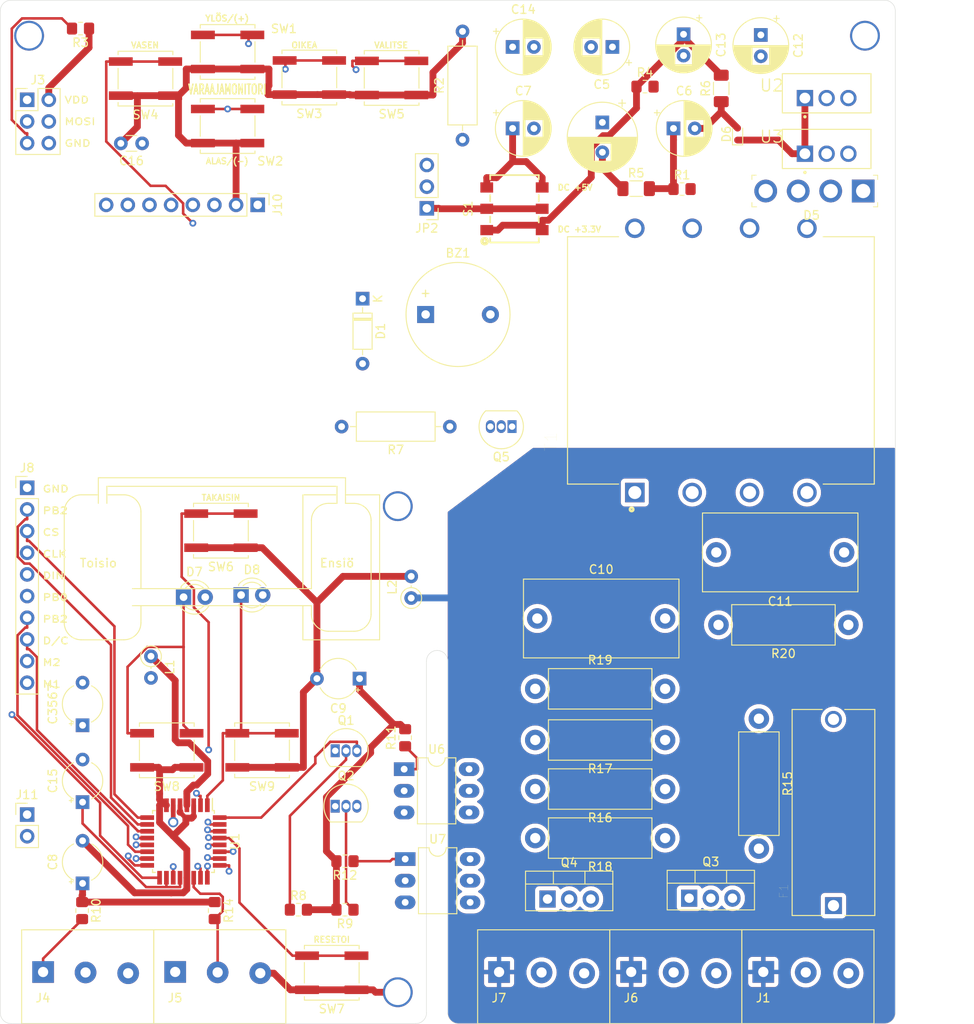
<source format=kicad_pcb>
(kicad_pcb (version 20221018) (generator pcbnew)
  (layers (0 "F.Cu" signal) (1 "In1.Cu" signal) (2 "In2.Cu" signal) (31 "B.Cu" signal) (34 "B.Paste" user) (35 "F.Paste" user) (36 "B.SilkS" user "B.Silkscreen") (37 "F.SilkS" user "F.Silkscreen") (38 "B.Mask" user) (39 "F.Mask" user) (44 "Edge.Cuts" user))
  (net 0 "")
  (net 1 "/5V1DIRTY")
  (net 2 "/driver-M2")
  (net 3 "Earth_Protective")
  (net 4 "AC")
  (net 5 "GNDREF")
  (net 6 "Net-(D5-AC-Pad2)")
  (net 7 "/driver-M1")
  (net 8 "Net-(D5-AC-Pad3)")
  (net 9 "Net-(D7-A)")
  (net 10 "Net-(D8-A)")
  (net 11 "/MOSI")
  (net 12 "/MISO")
  (net 13 "/SCK")
  (net 14 "Net-(J1-Pin_3)")
  (net 15 "/~{RESET}")
  (net 16 "/sensor1")
  (net 17 "/sensor2")
  (net 18 "Net-(Q1-C)")
  (net 19 "Net-(Q2-C)")
  (net 20 "Net-(Q3-G)")
  (net 21 "Net-(Q4-G)")
  (net 22 "VDD")
  (net 23 "+5V")
  (net 24 "Net-(R18-Pad2)")
  (net 25 "Net-(R12-Pad1)")
  (net 30 "Net-(R17-Pad2)")
  (net 31 "Net-(R11-Pad1)")
  (net 32 "Net-(C10-Pad1)")
  (net 33 "Net-(C11-Pad1)")
  (net 34 "Net-(T1-Pad2)")
  (net 35 "Net-(U1-PC0)")
  (net 36 "Net-(U1-PC1)")
  (net 37 "Net-(U1-PC2)")
  (net 38 "Net-(U1-PC3)")
  (net 39 "Net-(U1-PC4)")
  (net 40 "Net-(U1-PC5)")
  (net 41 "+3.3V")
  (net 42 "+VDC")
  (net 43 "+BATT")
  (net 44 "/PB2")
  (net 45 "Net-(U1-AREF)")
  (net 46 "/CLK")
  (net 47 "/TX")
  (net 48 "/RX")
  (net 49 "/PB0")
  (net 50 "Net-(U2-VO)")
  (net 51 "Net-(U5-VO)")
  (net 52 "GND")
  (net 53 "/CS")
  (net 54 "/DIN")
  (net 55 "/D{slash}C")
  (net 57 "/PB1")
  (net 58 "Net-(BZ1-+)")
  (net 59 "Net-(Q5-B)")
  (footprint "Capacitor_THT:CP_Radial_D8.0mm_P3.50mm" (layer "F.Cu") (at 118.1354 44.3289 -90)
    (fp_text reference "C4" hide)
    (fp_text value "CP")
  )
  (footprint "digikey-footprints:SIP-4_W3.81mm" (layer "F.Cu") (at 148.7328 52.3748 180)
    (fp_text reference "D5")
    (fp_text value "KBP04G")
  )
  (footprint "LED_THT:LED_D3.0mm" (layer "F.Cu") (at 75.75 99.75)
    (fp_text reference "D8")
    (fp_text value "LED")
  )
  (footprint "varaajamonitori:side3poscon" (layer "F.Cu") (at 137 144)
    (fp_text reference "J1")
    (fp_text value "230Vin")
  )
  (footprint "varaajamonitori:side3poscon" (layer "F.Cu") (at 52.5 144.0086)
    (fp_text reference "J4")
    (fp_text value "sensorAAB")
  )
  (footprint "varaajamonitori:side3poscon" (layer "F.Cu") (at 68 144)
    (fp_text reference "J5")
    (fp_text value "SensorBCC")
  )
  (footprint "varaajamonitori:side3poscon" (layer "F.Cu") (at 121.5 144)
    (fp_text reference "J6")
    (fp_text value "RO1-230VAC-Out")
  )
  (footprint "varaajamonitori:side3poscon" (layer "F.Cu") (at 106 144.0086)
    (fp_text reference "J7")
    (fp_text value "RO2-230VAC-Out")
  )
  (footprint "Package_TO_SOT_THT:TO-92_Inline" (layer "F.Cu") (at 86.7918 118.0128)
    (fp_text reference "Q1")
    (fp_text value "BC337")
  )
  (footprint "Package_TO_SOT_THT:TO-92_Inline" (layer "F.Cu") (at 86.7918 124.5152)
    (fp_text reference "Q2")
    (fp_text value "BC337")
  )
  (footprint "Package_TO_SOT_THT:TO-220-3_Vertical" (layer "F.Cu") (at 128.32 135.3)
    (fp_text reference "Q3")
    (fp_text value "BT136-500")
  )
  (footprint "Package_TO_SOT_THT:TO-220-3_Vertical" (layer "F.Cu") (at 111.7 135.4)
    (fp_text reference "Q4")
    (fp_text value "BT136-500")
  )
  (footprint "Package_QFP:TQFP-32_7x7mm_P0.8mm" (layer "F.Cu") (at 68.9864 128.651 -90)
    (fp_text reference "U1")
    (fp_text value "ATmega168-20AU")
  )
  (footprint "Package_DIP:DIP-6_W7.62mm_LongPads" (layer "F.Cu") (at 94.88 120.17)
    (fp_text reference "U6")
    (fp_text value "MOC3020M")
  )
  (footprint "Package_DIP:DIP-6_W7.62mm_LongPads" (layer "F.Cu") (at 95 130.71)
    (fp_text reference "U7")
    (fp_text value "MOC3020M")
  )
  (footprint "LED_THT:LED_D3.0mm" (layer "F.Cu") (at 69 100)
    (fp_text reference "D7")
    (fp_text value "LED")
  )
  (footprint "Resistor_THT:R_Axial_DIN0414_L11.9mm_D4.5mm_P15.24mm_Horizontal" (layer "F.Cu") (at 125.5 128.25 180)
    (fp_text reference "R18")
    (fp_text value "47R")
  )
  (footprint "Resistor_THT:R_Axial_DIN0414_L11.9mm_D4.5mm_P15.24mm_Horizontal" (layer "F.Cu") (at 136.5 114.25 -90)
    (fp_text reference "R15")
    (fp_text value "63R")
  )
  (footprint "Resistor_THT:R_Axial_DIN0414_L11.9mm_D4.5mm_P15.24mm_Horizontal" (layer "F.Cu") (at 125.5 122.5 180)
    (fp_text reference "R16")
    (fp_text value "63R")
  )
  (footprint "Resistor_THT:R_Axial_DIN0414_L11.9mm_D4.5mm_P15.24mm_Horizontal" (layer "F.Cu") (at 125.5 116.75 180)
    (fp_text reference "R17")
    (fp_text value "47R")
  )
  (footprint "Resistor_THT:R_Axial_DIN0414_L11.9mm_D4.5mm_P15.24mm_Horizontal" (layer "F.Cu") (at 110.26 110.75)
    (fp_text reference "R19")
    (fp_text value "47R")
  )
  (footprint "Resistor_THT:R_Axial_DIN0414_L11.9mm_D4.5mm_P15.24mm_Horizontal" (layer "F.Cu") (at 147 103.25 180)
    (fp_text reference "R20")
    (fp_text value "47R")
  )
  (footprint "4527:FUSE_4527" (layer "F.Cu") (at 145.25 125.25 90)
    (fp_text reference "F1")
    (fp_text value "4527")
  )
  (footprint "Capacitor_THT:C_Rect_L18.0mm_W9.0mm_P15.00mm_FKS3_FKP3" (layer "F.Cu") (at 110.5 102.5)
    (fp_text reference "C10")
    (fp_text value "0uF22")
  )
  (footprint "Capacitor_THT:C_Rect_L18.0mm_W9.0mm_P15.00mm_FKS3_FKP3" (layer "F.Cu") (at 146.5 94.75 180)
    (fp_text reference "C11")
    (fp_text value "0uF22")
  )
  (footprint "Button_Switch_SMD:SW_Push_1P1T_NO_CK_KSC6xxJ" (layer "F.Cu") (at 93.4093 39.116)
    (fp_text reference "SW5")
    (fp_text value "SelSw")
  )
  (footprint "Capacitor_THT:CP_Radial_Tantal_D4.5mm_P5.00mm" (layer "F.Cu") (at 57.15 133.564 90)
    (fp_text reference "C8")
    (fp_text value "CP1_Small")
  )
  (footprint "Resistor_THT:R_Axial_DIN0309_L9.0mm_D3.2mm_P12.70mm_Horizontal" (layer "F.Cu") (at 101.727 46.355 90)
    (fp_text reference "R2")
    (fp_text value "1M")
  )
  (footprint "Connector_PinHeader_2.54mm:PinHeader_1x02_P2.54mm_Vertical" (layer "F.Cu") (at 50.6476 125.4964)
    (fp_text reference "J11")
    (fp_text value "Conn_01x02_Socket")
  )
  (footprint "Resistor_SMD:R_1206_3216Metric_Pad1.30x1.75mm_HandSolder" (layer "F.Cu") (at 132.08 40.3446 90)
    (fp_text reference "R6")
    (fp_text value "5MR")
  )
  (footprint "varaajamonitori:Drill" (layer "F.Cu") (at 94.1324 146.3294)
    (fp_text reference "Bottom1" hide)
    (fp_text value "Conn_01x01_Pin" hide)
  )
  (footprint "Connector_PinHeader_2.54mm:PinHeader_1x03_P2.54mm_Vertical" (layer "F.Cu") (at 97.536 54.4068 180)
    (fp_text reference "JP2")
    (fp_text value "Jumper_3_Bridged12")
  )
  (footprint "Resistor_SMD:R_0805_2012Metric_Pad1.20x1.40mm_HandSolder" (layer "F.Cu") (at 56.912 33.3248 180)
    (fp_text reference "R3")
    (fp_text value "10kR")
  )
  (footprint "Resistor_SMD:R_0805_2012Metric_Pad1.20x1.40mm_HandSolder" (layer "F.Cu") (at 127.4826 52.1462)
    (fp_text reference "R1")
    (fp_text value "5R")
  )
  (footprint "Button_Switch_SMD:SW_Push_1P1T_NO_CK_KSC6xxJ" (layer "F.Cu") (at 73.3806 92.202)
    (fp_text reference "SW6")
    (fp_text value "RetSw")
  )
  (footprint "Resistor_SMD:R_1206_3216Metric_Pad1.30x1.75mm_HandSolder" (layer "F.Cu") (at 122.0978 52.0954)
    (fp_text reference "R5")
    (fp_text value "5MR")
  )
  (footprint "Inductor_THT:L_Axial_L5.3mm_D2.2mm_P2.54mm_Vertical_Vishay_IM-1" (layer "F.Cu") (at 65.1764 106.9316 -90)
    (fp_text reference "L1")
    (fp_text value "L")
  )
  (footprint "Button_Switch_SMD:SW_Push_1P1T_NO_CK_KSC6xxJ" (layer "F.Cu") (at 86.3854 144.0434)
    (fp_text reference "SW7")
    (fp_text value "Reset")
  )
  (footprint "Capacitor_THT:CP_Radial_D6.3mm_P2.50mm" (layer "F.Cu") (at 127.6604 33.9966 -90)
    (fp_text reference "C13")
    (fp_text value "CP")
  )
  (footprint "varaajamonitori:Drill" (layer "F.Cu") (at 50.8762 34.163)
    (fp_text reference "Top1" hide)
    (fp_text value "Conn_01x01_Pin" hide)
  )
  (footprint "452403012014:452403012014" (layer "F.Cu") (at 107.823 54.4576 90)
    (fp_text reference "S1")
    (fp_text value "452403012014")
  )
  (footprint "varaajamonitori2:TO255P1040X460X1968-3" (layer "F.Cu") (at 141.9 41.474)
    (fp_text reference "U2")
    (fp_text value "L7805CV")
  )
  (footprint "Button_Switch_SMD:SW_Push_1P1T_NO_CK_KSC6xxJ" (layer "F.Cu") (at 74.168 44.7548)
    (fp_text reference "SW2")
    (fp_text value "DwnSw")
  )
  (footprint "Resistor_THT:R_Axial_DIN0309_L9.0mm_D3.2mm_P12.70mm_Horizontal" (layer "F.Cu") (at 100.24 80 180)
    (fp_text reference "R7")
    (fp_text value "330R")
  )
  (footprint "Capacitor_THT:CP_Radial_D6.3mm_P2.50mm" (layer "F.Cu") (at 107.6058 35.4838)
    (fp_text reference "C14")
    (fp_text value "CP")
  )
  (footprint "Connector_PinHeader_2.54mm:PinHeader_1x08_P2.54mm_Vertical" (layer "F.Cu") (at 77.7 54.0004 -90)
    (fp_text reference "J10")
    (fp_text value "Conn_01x08_Socket")
  )
  (footprint "Capacitor_THT:CP_Radial_D6.3mm_P2.50mm" (layer "F.Cu") (at 126.478 45.0342)
    (fp_text reference "C6")
    (fp_text value "CP")
  )
  (footprint "Capacitor_THT:CP_Radial_Tantal_D4.5mm_P5.00mm" (layer "F.Cu") (at 89.6474 109.5502 180)
    (fp_text reference "C9")
    (fp_text value "CP1_Small")
  )
  (footprint "Button_Switch_SMD:SW_Push_1P1T_NO_CK_KSC6xxJ" (layer "F.Cu") (at 67.0306 117.9576)
    (fp_text reference "SW8")
    (fp_text value "Test1")
  )
  (footprint "Connector_PinHeader_2.54mm:PinHeader_1x10_P2.54mm_Vertical" (layer "F.Cu") (at 50.6476 87.1728)
    (fp_text reference "J8")
    (fp_text value "Conn_01x10_Pin")
  )
  (footprint "Resistor_SMD:R_0805_2012Metric_Pad1.20x1.40mm_HandSolder" (layer "F.Cu") (at 82.4738 136.652)
    (fp_text reference "R8")
    (fp_text value "470R")
  )
  (footprint "FS12-090-C2:XFMR_FS12-090-C2" (layer "F.Cu") (at 132.0419 72.2376 90)
    (fp_text reference "T1")
    (fp_text value "FS12-090-C2")
  )
  (footprint "Package_TO_SOT_THT:TO-92_Inline" (layer "F.Cu") (at 107.54 80 180)
    (fp_text reference "Q5")
    (fp_text value "NPN")
  )
  (footprint "Diode_THT:D_DO-35_SOD27_P7.62mm_Horizontal" (layer "F.Cu") (at 90 65 -90)
    (fp_text reference "D1")
    (fp_text value "1N4148")
  )
  (footprint "Capacitor_THT:C_Disc_D3.0mm_W1.6mm_P2.50mm" (layer "F.Cu") (at 64.1404 46.7868 180)
    (fp_text reference "C16")
    (fp_text value "C_Small")
  )
  (footprint "varaajamonitori:Drill" (layer "F.Cu") (at 148.9456 34.163)
    (fp_text reference "Top2" hide)
    (fp_text value "Conn_01x01_Pin" hide)
  )
  (footprint "Buzzer_Beeper:Buzzer_12x9.5RM7.6" (layer "F.Cu") (at 97.4 66.8528)
    (fp_text reference "BZ1")
    (fp_text value "Buzzer")
  )
  (footprint "Capacitor_THT:CP_Radial_D6.3mm_P2.50mm" (layer "F.Cu") (at 119.3178 35.4838 180)
    (fp_text reference "C5")
    (fp_text value "C")
  )
  (footprint "varaajamonitori2:TO255P1040X460X1968-3" (layer "F.Cu") (at 141.9 48)
    (fp_text reference "U3")
    (fp_text value "L7805CV")
  )
  (footprint "varaajamonitori:Drill" (layer "F.Cu") (at 94.1324 89.3318)
    (fp_text reference "Mid1" hide)
    (fp_text value "Conn_01x01_Pin" hide)
  )
  (footprint "Diode_SMD:D_SOD-523" (layer "F.Cu") (at 134 45.7 90)
    (fp_text reference "D6")
    (fp_text value "DZ2S051X0L")
  )
  (footprint "Resistor_SMD:R_0805_2012Metric_Pad1.20x1.40mm_HandSolder" (layer "F.Cu") (at 72.644 136.7536 -90)
    (fp_text reference "R14")
    (fp_text value "1000R")
  )
  (footprint "Button_Switch_SMD:SW_Push_1P1T_NO_CK_KSC6xxJ" (layer "F.Cu") (at 83.7573 39.0652)
    (fp_text reference "SW3")
    (fp_text value "RightSw")
  )
  (footprint "Button_Switch_SMD:SW_Push_1P1T_NO_CK_KSC6xxJ" (layer "F.Cu") (at 64.5295 39.1922)
    (fp_text reference "SW4")
    (fp_text value "LeftSw")
  )
  (footprint "Resistor_SMD:R_0805_2012Metric_Pad1.20x1.40mm_HandSolder" (layer "F.Cu") (at 87.9348 136.652 180)
    (fp_text reference "R9")
    (fp_text value "470R")
  )
  (footprint "Resistor_SMD:R_0805_2012Metric_Pad1.20x1.40mm_HandSolder" (layer "F.Cu") (at 123.1392 40.132)
    (fp_text reference "R4")
    (fp_text value "5R")
  )
  (footprint "Capacitor_THT:CP_Radial_Tantal_D4.5mm_P5.00mm" (layer "F.Cu") (at 57.15 124.039 90)
    (fp_text reference "C15")
    (fp_text value "CP1_Small")
  )
  (footprint "Inductor_THT:L_Axial_L5.3mm_D2.2mm_P2.54mm_Vertical_Vishay_IM-1" (layer "F.Cu") (at 95.7072 100.1038 90)
    (fp_text reference "L2")
    (fp_text value "L")
  )
  (footprint "Connector_PinHeader_2.54mm:PinHeader_2x03_P2.54mm_Vertical" (layer "F.Cu") (at 50.6476 41.6814)
    (fp_text reference "J3")
    (fp_text value "AVR-ISP-6")
  )
  (footprint "Button_Switch_SMD:SW_Push_1P1T_NO_CK_KSC6xxJ" (layer "F.Cu") (at 74.168 36.068)
    (fp_text reference "SW1")
    (fp_text value "UpSw")
  )
  (footprint "Resistor_SMD:R_0805_2012Metric_Pad1.20x1.40mm_HandSolder" (layer "F.Cu") (at 94.996 116.4844 90)
    (fp_text reference "R11")
    (fp_text value "470R")
  )
  (footprint "Capacitor_THT:CP_Radial_D6.3mm_P2.50mm" (layer "F.Cu") (at 136.7282 34.0728 -90)
    (fp_text reference "C12")
    (fp_text value "C")
  )
  (footprint "Resistor_SMD:R_0805_2012Metric_Pad1.20x1.40mm_HandSolder" (layer "F.Cu") (at 87.9348 130.9624 180)
    (fp_text reference "R12")
    (fp_text value "470R")
  )
  (footprint "Capacitor_THT:CP_Radial_D6.3mm_P2.50mm" (layer "F.Cu") (at 107.6058 45.0342)
    (fp_text reference "C7")
    (fp_text value "CP")
  )
  (footprint "Button_Switch_SMD:SW_Push_1P1T_NO_CK_KSC6xxJ" (layer "F.Cu") (at 78.2066 117.9576)
    (fp_text reference "SW9")
    (fp_text value "Test2")
  )
  (footprint "Resistor_SMD:R_0805_2012Metric_Pad1.20x1.40mm_HandSolder" (layer "F.Cu") (at 57.0992 136.7536 -90)
    (fp_text reference "R10")
    (fp_text value "1000R")
  )
  (footprint "Capacitor_THT:CP_Radial_Tantal_D4.5mm_P5.00mm" (layer "F.Cu") (at 57.15 115.022 90)
    (fp_text reference "C3567")
    (fp_text value "CP1_Small")
  )
  (gr_line locked (start 59 88) (end 57 88) (stroke (width 0.12)) (layer "F.SilkS"))
  (gr_line locked (start 83 105) (end 92 105) (stroke (width 0.12)) (layer "F.SilkS"))
  (gr_line locked (start 83 88) (end 83 99) (stroke (width 0.12)) (layer "F.SilkS"))
  (gr_line locked (start 84 99) (end 83 99) (stroke (width 0.12)) (layer "F.SilkS"))
  (gr_line locked (start 55 103) (end 55 90) (stroke (width 0.12)) (layer "F.SilkS"))
  (gr_line locked (start 87 87) (end 87 89) (stroke (width 0.12)) (layer "F.SilkS"))
  (gr_arc locked (start 64 103) (mid 63.414214 104.414214) (end 62 105) (stroke (width 0.12)) (layer "F.SilkS"))
  (gr_arc locked (start 55 90) (mid 55.585786 88.585786) (end 57 88) (stroke (width 0.12)) (layer "F.SilkS"))
  (gr_arc locked (start 62 88) (mid 63.414214 88.585786) (end 64 90) (stroke (width 0.12)) (layer "F.SilkS"))
  (gr_arc locked (start 86 104) (mid 84.585786 103.414214) (end 84 102) (stroke (width 0.12)) (layer "F.SilkS"))
  (gr_arc locked (start 91 102) (mid 90.414214 103.414214) (end 89 104) (stroke (width 0.12)) (layer "F.SilkS"))
  (gr_arc locked (start 84 91) (mid 84.585786 89.585786) (end 86 89) (stroke (width 0.12)) (layer "F.SilkS"))
  (gr_arc locked (start 89 89) (mid 90.414214 89.585786) (end 91 91) (stroke (width 0.12)) (layer "F.SilkS"))
  (gr_line locked (start 86 89) (end 87 89) (stroke (width 0.12)) (layer "F.SilkS"))
  (gr_line locked (start 88 89) (end 89 89) (stroke (width 0.12)) (layer "F.SilkS"))
  (gr_line locked (start 91 91) (end 91 102) (stroke (width 0.12)) (layer "F.SilkS"))
  (gr_line locked (start 89 104) (end 86 104) (stroke (width 0.12)) (layer "F.SilkS"))
  (gr_line locked (start 84 102) (end 84 101) (stroke (width 0.12)) (layer "F.SilkS"))
  (gr_line locked (start 84 99) (end 84 91) (stroke (width 0.12)) (layer "F.SilkS"))
  (gr_line locked (start 64 99) (end 64 90) (stroke (width 0.12)) (layer "F.SilkS"))
  (gr_line locked (start 88 88) (end 92 88) (stroke (width 0.12)) (layer "F.SilkS"))
  (gr_line locked (start 57 105) (end 62 105) (stroke (width 0.12)) (layer "F.SilkS"))
  (gr_arc locked (start 57 105) (mid 55.585786 104.414214) (end 55 103) (stroke (width 0.12)) (layer "F.SilkS"))
  (gr_line locked (start 87 88) (end 83 88) (stroke (width 0.12)) (layer "F.SilkS"))
  (gr_line locked (start 92 89) (end 92 88) (stroke (width 0.12)) (layer "F.SilkS"))
  (gr_line locked (start 64 103) (end 64 101) (stroke (width 0.12)) (layer "F.SilkS"))
  (gr_line locked (start 83 105) (end 83 101) (stroke (width 0.12)) (layer "F.SilkS"))
  (gr_line locked (start 62 88) (end 60 88) (stroke (width 0.12)) (layer "F.SilkS"))
  (gr_line locked (start 60 89) (end 60 87) (stroke (width 0.12)) (layer "F.SilkS"))
  (gr_line locked (start 60 87) (end 87 87) (stroke (width 0.12)) (layer "F.SilkS"))
  (gr_line locked (start 63 101) (end 84 101) (stroke (width 0.12)) (layer "F.SilkS"))
  (gr_line locked (start 88 86) (end 59 86) (stroke (width 0.12)) (layer "F.SilkS"))
  (gr_line locked (start 59 86) (end 59 89) (stroke (width 0.12)) (layer "F.SilkS"))
  (gr_line locked (start 92 105) (end 92 89) (stroke (width 0.12)) (layer "F.SilkS"))
  (gr_line locked (start 83 99) (end 63 99) (stroke (width 0.12)) (layer "F.SilkS"))
  (gr_line locked (start 88 89) (end 88 86) (stroke (width 0.12)) (layer "F.SilkS"))
  (gr_arc locked (start 98.75 106.25) (mid 99.633883 106.616117) (end 100 107.5) (stroke (width 0.05)) (layer "Edge.Cuts"))
  (gr_arc locked (start 97.5 148.75) (mid 97.133883 149.633883) (end 96.25 150) (stroke (width 0.05)) (layer "Edge.Cuts"))
  (gr_arc locked (start 101.25 150) (mid 100.366117 149.633883) (end 100 148.75) (stroke (width 0.05)) (layer "Edge.Cuts"))
  (gr_arc locked (start 152.5 148.75) (mid 152.133883 149.633883) (end 151.25 150) (stroke (width 0.05)) (layer "Edge.Cuts"))
  (gr_arc locked (start 48.75 150) (mid 47.866117 149.633883) (end 47.5 148.75) (stroke (width 0.05)) (layer "Edge.Cuts"))
  (gr_arc locked (start 47.5 31.25) (mid 47.866117 30.366117) (end 48.75 30) (stroke (width 0.05)) (layer "Edge.Cuts"))
  (gr_arc locked (start 151.25 30) (mid 152.133883 30.366117) (end 152.5 31.25) (stroke (width 0.05)) (layer "Edge.Cuts"))
  (gr_line locked (start 100 107.5) (end 100 148.75) (stroke (width 0.05)) (layer "Edge.Cuts"))
  (gr_line locked (start 97.5 148.75) (end 97.5 107.5) (stroke (width 0.05)) (layer "Edge.Cuts"))
  (gr_line locked (start 48.75 150) (end 96.25 150) (stroke (width 0.05)) (layer "Edge.Cuts"))
  (gr_arc locked (start 97.5 107.5) (mid 97.866117 106.616117) (end 98.75 106.25) (stroke (width 0.05)) (layer "Edge.Cuts"))
  (gr_line locked (start 101.25 150) (end 151.25 150) (stroke (width 0.05)) (layer "Edge.Cuts"))
  (gr_line locked (start 151.25 30) (end 48.75 30) (stroke (width 0.05)) (layer "Edge.Cuts"))
  (gr_line locked (start 152.5 148.75) (end 152.5 31.25) (stroke (width 0.05)) (layer "Edge.Cuts"))
  (gr_line locked (start 47.5 148.75) (end 47.5 31.25) (stroke (width 0.05)) (layer "Edge.Cuts"))
  (gr_text locked "DC +3.3V" (at 115.435 57.277) (layer "F.SilkS") (effects (font (size 0.7 0.7)) (justify bottom)))
  (gr_text locked "OIKEA" (at 83.168933 35.687) (layer "F.SilkS") (effects (font (size 0.7 0.7)) (justify bottom)))
  (gr_text locked "GND\n\nPB2\n\nCS\n\nCLK\n\nDIN\n\nPB0\n\nPB2\n\nD/C\n\nM2\n\nM1\n" (at 52.3748 110.6678) (layer "F.SilkS") (effects (font (size 0.79 1)) (justify left bottom)))
  (gr_text locked "VDD\n\nMOSI\n\nGND" (at 54.9402 47.244) (layer "F.SilkS") (effects (font (size 0.79 1)) (justify left bottom)))
  (gr_text locked "YLÖS/(+)" (at 71.463 32.5374) (layer "F.SilkS") (effects (font (size 0.7 0.7)) (justify left bottom)))
  (gr_text locked "VASEN" (at 62.7578 35.687) (layer "F.SilkS") (effects (font (size 0.7 0.7)) (justify left bottom)))
  (gr_text locked "VALITSE" (at 91.2876 35.687) (layer "F.SilkS") (effects (font (size 0.7 0.7)) (justify left bottom)))
  (gr_text locked "Ensiö" (at 87 96) (layer "F.SilkS") (effects (font (size 1 1))))
  (gr_text locked "ALAS/(-)" (at 71.529666 49.276) (layer "F.SilkS") (effects (font (size 0.7 0.7)) (justify left bottom)))
  (gr_text locked "DC +5V" (at 114.935 52.3748) (layer "F.SilkS") (effects (font (size 0.7 0.7)) (justify bottom)))
  (gr_text locked "VARAAJAMONITORI" (at 69.446335 41.14015) (layer "F.SilkS") (effects (font (size 1.15 0.7) (thickness 0.175) bold) (justify left bottom)))
  (gr_text locked "RESETOI" (at 86.3854 140.5636) (layer "F.SilkS") (effects (font (size 0.7 0.7)) (justify bottom)))
  (gr_text locked "TAKAISIN" (at 73.3806 88.7476) (layer "F.SilkS") (effects (font (size 0.7 0.7)) (justify bottom)))
  (gr_text locked "Toisio" (at 59 96) (layer "F.SilkS") (effects (font (size 1 1))))
  (segment (start 138.795 46.4) (end 140.395 48) (width 0.8) (layer "F.Cu") (net 1))
  (segment (start 141.9 48) (end 140.395 48) (width 0.8) (layer "F.Cu") (net 1))
  (segment (start 141.9 41.474) (end 141.9 48) (width 0.8) (layer "F.Cu") (net 1))
  (segment (start 134 46.4) (end 138.795 46.4) (width 0.8) (layer "F.Cu") (net 1))
  (segment (start 75.75 115.9576) (end 75.3066 115.9576) (width 0.3) (layer "F.Cu") (net 2))
  (segment (start 75.3066 115.9576) (end 73.6066 115.9576) (width 0.3) (layer "F.Cu") (net 2))
  (segment (start 75.75 99.75) (end 75.75 100.95) (width 0.3) (layer "F.Cu") (net 2))
  (segment (start 71.7864 124.401) (end 71.7864 123.301) (width 0.3) (layer "F.Cu") (net 2))
  (segment (start 75.75 115.9576) (end 75.75 100.95) (width 0.3) (layer "F.Cu") (net 2))
  (segment (start 73.6066 115.9576) (end 73.6066 121.4808) (width 0.3) (layer "F.Cu") (net 2))
  (segment (start 81.1066 115.9576) (end 75.75 115.9576) (width 0.3) (layer "F.Cu") (net 2))
  (segment (start 73.6066 121.4808) (end 71.7864 123.301) (width 0.3) (layer "F.Cu") (net 2))
  (segment (start 102.3409 100.089) (end 95.722 100.089) (width 0.8) (layer "B.Cu") (net 3))
  (segment (start 95.722 100.089) (end 95.7072 100.1038) (width 0.8) (layer "B.Cu") (net 3))
  (segment (start 84.4598 119.4916) (end 78.1004 125.851) (width 0.3) (layer "F.Cu") (net 7))
  (segment (start 78.1004 125.851) (end 74.3364 125.851) (width 0.3) (layer "F.Cu") (net 7))
  (segment (start 62.4306 108.1731) (end 62.4306 115.9576) (width 0.3) (layer "F.Cu") (net 7))
  (segment (start 69 105.8385) (end 69 115.027) (width 0.3) (layer "F.Cu") (net 7))
  (segment (start 69 115.027) (end 69.9306 115.9576) (width 0.3) (layer "F.Cu") (net 7))
  (segment (start 84.4598 118.7127) (end 84.4598 119.4916) (width 0.3) (layer "F.Cu") (net 7))
  (segment (start 69 105.8385) (end 64.7652 105.8385) (width 0.3) (layer "F.Cu") (net 7))
  (segment (start 64.7652 105.8385) (end 62.4306 108.1731) (width 0.3) (layer "F.Cu") (net 7))
  (segment (start 89.3318 118.0128) (end 89.3318 116.9628) (width 0.3) (layer "F.Cu") (net 7))
  (segment (start 86.2097 116.9628) (end 84.4598 118.7127) (width 0.3) (layer "F.Cu") (net 7))
  (segment (start 73.2364 125.851) (end 74.3364 125.851) (width 0.3) (layer "F.Cu") (net 7))
  (segment (start 69 105.8385) (end 69 100) (width 0.3) (layer "F.Cu") (net 7))
  (segment (start 89.3318 116.9628) (end 86.2097 116.9628) (width 0.3) (layer "F.Cu") (net 7))
  (segment (start 64.1306 115.9576) (end 62.4306 115.9576) (width 0.3) (layer "F.Cu") (net 7))
  (segment (start 81.4738 125.6508) (end 88.0618 119.0628) (width 0.3) (layer "F.Cu") (net 9))
  (segment (start 88.0618 118.0128) (end 88.0618 119.0628) (width 0.3) (layer "F.Cu") (net 9))
  (segment (start 81.4738 136.652) (end 81.4738 125.6508) (width 0.3) (layer "F.Cu") (net 9))
  (segment (start 88.0618 135.779) (end 88.0618 124.5152) (width 0.3) (layer "F.Cu") (net 10))
  (segment (start 88.9348 136.652) (end 88.0618 135.779) (width 0.3) (layer "F.Cu") (net 10))
  (segment (start 63.4288 130.651) (end 64.7364 130.651) (width 0.3) (layer "F.Cu") (net 11))
  (via (at 63.4288 130.651) (size 0.8) (drill 0.4) (layers "F.Cu" "B.Cu") (net 11))
  (segment (start 62.5129 130.6906) (end 63.2733 131.451) (width 0.3) (layer "F.Cu") (net 12))
  (segment (start 63.2733 131.451) (end 63.6364 131.451) (width 0.3) (layer "F.Cu") (net 12))
  (segment (start 64.7364 131.451) (end 63.6364 131.451) (width 0.3) (layer "F.Cu") (net 12))
  (segment (start 62.5129 130.345) (end 62.5129 130.6906) (width 0.3) (layer "F.Cu") (net 12))
  (via (at 62.5129 130.345) (size 0.8) (drill 0.4) (layers "F.Cu" "B.Cu") (net 12))
  (segment (start 59.2082 124.1148) (end 59.2082 127.9706) (width 0.3) (layer "F.Cu") (net 13))
  (segment (start 48.8632 113.7698) (end 59.2082 124.1148) (width 0.3) (layer "F.Cu") (net 13))
  (segment (start 59.2082 127.9706) (end 64.1386 132.901) (width 0.3) (layer "F.Cu") (net 13))
  (segment (start 64.1386 132.901) (end 66.1864 132.901) (width 0.3) (layer "F.Cu") (net 13))
  (via (at 48.8632 113.7698) (size 0.8) (drill 0.4) (layers "F.Cu" "B.Cu") (net 13))
  (segment (start 50.6476 46.7614) (end 50.6476 45.6114) (width 0.3) (layer "F.Cu") (net 15))
  (segment (start 75.5592 135.8172) (end 75.5592 129.4738) (width 0.3) (layer "F.Cu") (net 15))
  (segment (start 73.2364 128.251) (end 72.1364 128.251) (width 0.3) (layer "F.Cu") (net 15))
  (segment (start 73.2364 128.251) (end 74.3364 128.251) (width 0.3) (layer "F.Cu") (net 15))
  (segment (start 50.6476 45.6114) (end 50.432 45.6114) (width 0.3) (layer "F.Cu") (net 15))
  (segment (start 89.2854 142.0434) (end 83.4854 142.0434) (width 0.3) (layer "F.Cu") (net 15))
  (segment (start 50.0484 32.1352) (end 54.7224 32.1352) (width 0.3) (layer "F.Cu") (net 15))
  (segment (start 75.5592 129.4738) (end 74.3364 128.251) (width 0.3) (layer "F.Cu") (net 15))
  (segment (start 48.8454 44.0248) (end 48.8454 33.3382) (width 0.3) (layer "F.Cu") (net 15))
  (segment (start 72.075 128.1896) (end 71.9276 128.1896) (width 0.3) (layer "F.Cu") (net 15))
  (segment (start 54.7224 32.1352) (end 55.912 33.3248) (width 0.3) (layer "F.Cu") (net 15))
  (segment (start 48.8454 33.3382) (end 50.0484 32.1352) (width 0.3) (layer "F.Cu") (net 15))
  (segment (start 50.432 45.6114) (end 48.8454 44.0248) (width 0.3) (layer "F.Cu") (net 15))
  (segment (start 83.4854 142.0434) (end 81.7854 142.0434) (width 0.3) (layer "F.Cu") (net 15))
  (segment (start 72.1364 128.251) (end 72.075 128.1896) (width 0.3) (layer "F.Cu") (net 15))
  (segment (start 81.7854 142.0434) (end 75.5592 135.8172) (width 0.3) (layer "F.Cu") (net 15))
  (via (at 71.9276 128.1896) (size 0.8) (drill 0.4) (layers "F.Cu" "B.Cu") (net 15))
  (segment (start 57.0992 137.8039) (end 52.5178 142.3853) (width 0.3) (layer "F.Cu") (net 16))
  (segment (start 57.0992 137.7536) (end 57.0992 137.8039) (width 0.3) (layer "F.Cu") (net 16))
  (segment (start 67.7864 131.5966) (end 67.7864 132.901) (width 0.3) (layer "F.Cu") (net 16))
  (segment (start 52.5178 143.9553) (end 52.5178 142.3853) (width 0.3) (layer "F.Cu") (net 16))
  (via (at 67.7864 131.5966) (size 0.8) (drill 0.4) (layers "F.Cu" "B.Cu") (net 16))
  (segment (start 70.1864 134.001) (end 70.965 134.7796) (width 0.3) (layer "F.Cu") (net 17))
  (segment (start 73 138.1096) (end 73 144) (width 0.3) (layer "F.Cu") (net 17))
  (segment (start 73.5969 136.8007) (end 72.644 137.7536) (width 0.3) (layer "F.Cu") (net 17))
  (segment (start 73.5969 135.1528) (end 73.5969 136.8007) (width 0.3) (layer "F.Cu") (net 17))
  (segment (start 70.1864 132.901) (end 70.1864 134.001) (width 0.3) (layer "F.Cu") (net 17))
  (segment (start 73.2237 134.7796) (end 73.5969 135.1528) (width 0.3) (layer "F.Cu") (net 17))
  (segment (start 70.965 134.7796) (end 73.2237 134.7796) (width 0.3) (layer "F.Cu") (net 17))
  (segment (start 72.644 137.7536) (end 73 138.1096) (width 0.3) (layer "F.Cu") (net 17))
  (segment (start 89.6474 110.9002) (end 93.673 114.9257) (width 0.8) (layer "F.Cu") (net 22))
  (segment (start 90.9445 118.2641) (end 90.9445 117.6542) (width 0.8) (layer "F.Cu") (net 22))
  (segment (start 71.8325 119.2497) (end 71.8325 120.7239) (width 0.8) (layer "F.Cu") (net 22))
  (segment (start 67.7864 126.3865) (end 67.7864 124.401) (width 0.5498) (layer "F.Cu") (net 22))
  (segment (start 68.0162 109.7714) (end 68.0162 116.7273) (width 0.8) (layer "F.Cu") (net 22))
  (segment (start 53.1876 41.6814) (end 53.1876 40.2814) (width 0.8) (layer "F.Cu") (net 22))
  (segment (start 65.1764 106.9316) (end 68.0162 109.7714) (width 0.8) (layer "F.Cu") (net 22))
  (segment (start 86.9348 130.9624) (end 86.3499 130.3775) (width 0.8) (layer "F.Cu") (net 22))
  (segment (start 57.912 35.557) (end 57.912 33.3248) (width 0.8) (layer "F.Cu") (net 22))
  (segment (start 89.6474 109.5502) (end 89.6474 110.9002) (width 0.8) (layer "F.Cu") (net 22))
  (segment (start 90.9445 117.6542) (end 93.673 114.9257) (width 0.8) (layer "F.Cu") (net 22))
  (segment (start 71.8325 120.7239) (end 70.5187 122.0377) (width 0.8) (layer "F.Cu") (net 22))
  (segment (start 83.4738 136.652) (end 86.9348 136.652) (width 0.8) (layer "F.Cu") (net 22))
  (segment (start 53.1876 40.2814) (end 57.912 35.557) (width 0.8) (layer "F.Cu") (net 22))
  (segment (start 70.5187 122.0377) (end 70.1652 122.0377) (width 0.8) (layer "F.Cu") (net 22))
  (segment (start 86.3499 130.3774) (end 85.7649 129.7924) (width 0.8) (layer "F.Cu") (net 22))
  (segment (start 57.0992 135.7536) (end 72.644 135.7536) (width 0.8) (layer "F.Cu") (net 22))
  (segment (start 86.3499 130.3775) (end 86.3499 130.3774) (width 0.8) (layer "F.Cu") (net 22))
  (segment (start 70.1652 122.0377) (end 69.3864 122.8165) (width 0.8) (layer "F.Cu") (net 22))
  (segment (start 57.0992 134.9648) (end 57.0992 135.7536) (width 0.8) (layer "F.Cu") (net 22))
  (segment (start 68.0162 116.7273) (end 68.3667 117.0778) (width 0.8) (layer "F.Cu") (net 22))
  (segment (start 57.15 134.914) (end 57.0992 134.9648) (width 0.8) (layer "F.Cu") (net 22))
  (segment (start 69.3864 124.401) (end 69.3864 123.051) (width 0.8) (layer "F.Cu") (net 22))
  (segment (start 69.6606 117.0778) (end 71.8325 119.2497) (width 0.8) (layer "F.Cu") (net 22))
  (segment (start 85.7649 123.4437) (end 90.9445 118.2641) (width 0.8) (layer "F.Cu") (net 22))
  (segment (start 85.7649 129.7924) (end 85.7649 123.4437) (width 0.8) (layer "F.Cu") (net 22))
  (segment (start 94.4373 114.9257) (end 94.996 115.4844) (width 0.8) (layer "F.Cu") (net 22))
  (segment (start 86.9348 130.9624) (end 86.9348 136.652) (width 0.8) (layer "F.Cu") (net 22))
  (segment (start 93.673 114.9257) (end 94.4373 114.9257) (width 0.8) (layer "F.Cu") (net 22))
  (segment (start 57.15 133.564) (end 57.15 134.914) (width 0.8) (layer "F.Cu") (net 22))
  (segment (start 69.3864 122.8165) (end 69.3864 123.051) (width 0.8) (layer "F.Cu") (net 22))
  (segment (start 68.3667 117.0778) (end 69.6606 117.0778) (width 0.8) (layer "F.Cu") (net 22))
  (via (at 67.7864 126.3865) (size 1.2) (drill 0.8) (layers "F.Cu" "B.Cu") (net 22))
  (segment (start 104.573 50.8076) (end 105.723 50.8076) (width 0.8) (layer "F.Cu") (net 23))
  (segment (start 126.4826 52.1462) (end 126.4826 52.1) (width 0.8) (layer "F.Cu") (net 23))
  (segment (start 111.073 50.8076) (end 109.1902 48.9248) (width 0.8) (layer "F.Cu") (net 23))
  (segment (start 107.6058 48.9248) (end 107.6058 45.0342) (width 0.8) (layer "F.Cu") (net 23))
  (segment (start 126.478 45.0342) (end 126.478 46.3842) (width 0.8) (layer "F.Cu") (net 23))
  (segment (start 126.4826 52.1) (end 126.478 52.0954) (width 0.8) (layer "F.Cu") (net 23))
  (segment (start 111.073 51.9576) (end 111.073 50.8076) (width 0.8) (layer "F.Cu") (net 23))
  (segment (start 104.573 51.9576) (end 104.573 50.8076) (width 0.8) (layer "F.Cu") (net 23))
  (segment (start 126.478 46.3842) (end 126.478 52.0954) (width 0.8) (layer "F.Cu") (net 23))
  (segment (start 126.478 52.0954) (end 123.6478 52.0954) (width 0.8) (layer "F.Cu") (net 23))
  (segment (start 109.1902 48.9248) (end 107.6058 48.9248) (width 0.8) (layer "F.Cu") (net 23))
  (segment (start 105.723 50.8076) (end 107.6058 48.9248) (width 0.8) (layer "F.Cu") (net 23))
  (segment (start 95 130.71) (end 93.5 130.71) (width 0.3) (layer "F.Cu") (net 25))
  (segment (start 88.9348 130.9624) (end 93.2476 130.9624) (width 0.3) (layer "F.Cu") (net 25))
  (segment (start 93.2476 130.9624) (end 93.5 130.71) (width 0.3) (layer "F.Cu") (net 25))
  (segment (start 94.996 117.4844) (end 96.38 118.8684) (width 0.3) (layer "F.Cu") (net 31))
  (segment (start 94.88 120.17) (end 96.38 120.17) (width 0.3) (layer "F.Cu") (net 31))
  (segment (start 96.38 118.8684) (end 96.38 120.17) (width 0.3) (layer "F.Cu") (net 31))
  (segment (start 70.6611 131.5546) (end 70.9075 131.801) (width 0.3) (layer "F.Cu") (net 35))
  (segment (start 76.6223 34.068) (end 71.268 34.068) (width 0.3) (layer "F.Cu") (net 35))
  (segment (start 76.6223 34.068) (end 76.6223 35.1001) (width 0.3) (layer "F.Cu") (net 35))
  (segment (start 70.9075 131.801) (end 70.9864 131.801) (width 0.3) (layer "F.Cu") (net 35))
  (segment (start 77.068 34.068) (end 76.6223 34.068) (width 0.3) (layer "F.Cu") (net 35))
  (segment (start 70.9864 132.901) (end 70.9864 131.801) (width 0.3) (layer "F.Cu") (net 35))
  (via (at 76.6223 35.1001) (size 0.8) (drill 0.4) (layers "F.Cu" "B.Cu") (net 35))
  (via (at 70.6611 131.5546) (size 0.8) (drill 0.4) (layers "F.Cu" "B.Cu") (net 35))
  (segment (start 71.8146 131.7728) (end 71.8146 131.5408) (width 0.3) (layer "F.Cu") (net 36))
  (segment (start 74.168 42.7548) (end 71.268 42.7548) (width 0.3) (layer "F.Cu") (net 36))
  (segment (start 71.7864 132.901) (end 71.7864 131.801) (width 0.3) (layer "F.Cu") (net 36))
  (segment (start 77.068 42.7548) (end 74.168 42.7548) (width 0.3) (layer "F.Cu") (net 36))
  (segment (start 71.7864 131.801) (end 71.8146 131.7728) (width 0.3) (layer "F.Cu") (net 36))
  (via (at 74.168 42.7548) (size 0.8) (drill 0.4) (layers "F.Cu" "B.Cu") (net 36))
  (via (at 71.8146 131.5408) (size 0.8) (drill 0.4) (layers "F.Cu" "B.Cu") (net 36))
  (segment (start 74.3364 132.1365) (end 74.3364 131.451) (width 0.3) (layer "F.Cu") (net 37))
  (segment (start 86.6573 37.0652) (end 80.9424 37.0652) (width 0.3) (layer "F.Cu") (net 37))
  (segment (start 80.9424 37.0652) (end 80.8573 37.0652) (width 0.3) (layer "F.Cu") (net 37))
  (segment (start 73.2364 131.451) (end 74.3364 131.451) (width 0.3) (layer "F.Cu") (net 37))
  (segment (start 80.9424 37.0652) (end 80.9424 38.089) (width 0.3) (layer "F.Cu") (net 37))
  (via (at 74.3364 132.1365) (size 0.8) (drill 0.4) (layers "F.Cu" "B.Cu") (net 37))
  (via (at 80.9424 38.089) (size 0.8) (drill 0.4) (layers "F.Cu" "B.Cu") (net 37))
  (segment (start 66.8886 51.7658) (end 68.9516 53.8288) (width 0.3) (layer "F.Cu") (net 38))
  (segment (start 67.4295 37.1922) (end 61.6295 37.1922) (width 0.3) (layer "F.Cu") (net 38))
  (segment (start 59.9295 37.1922) (end 59.9295 46.5684) (width 0.3) (layer "F.Cu") (net 38))
  (segment (start 71.808 130.5303) (end 71.9287 130.651) (width 0.3) (layer "F.Cu") (net 38))
  (segment (start 68.9516 53.8288) (end 68.9516 55.0123) (width 0.3) (layer "F.Cu") (net 38))
  (segment (start 68.9516 55.0123) (end 70.0879 56.1486) (width 0.3) (layer "F.Cu") (net 38))
  (segment (start 59.9295 46.5684) (end 65.1269 51.7658) (width 0.3) (layer "F.Cu") (net 38))
  (segment (start 71.9287 130.651) (end 73.2364 130.651) (width 0.3) (layer "F.Cu") (net 38))
  (segment (start 61.6295 37.1922) (end 59.9295 37.1922) (width 0.3) (layer "F.Cu") (net 38))
  (segment (start 65.1269 51.7658) (end 66.8886 51.7658) (width 0.3) (layer "F.Cu") (net 38))
  (via (at 71.808 130.5303) (size 0.8) (drill 0.4) (layers "F.Cu" "B.Cu") (net 38))
  (via (at 70.0879 56.1486) (size 0.8) (drill 0.4) (layers "F.Cu" "B.Cu") (net 38))
  (segment (start 73.2364 129.851) (end 74.3364 129.851) (width 0.3) (layer "F.Cu") (net 39))
  (segment (start 96.3093 37.116) (end 90.5093 37.116) (width 0.3) (layer "F.Cu") (net 39))
  (segment (start 88.8093 37.716) (end 89.2348 38.1415) (width 0.3) (layer "F.Cu") (net 39))
  (segment (start 74.3364 129.851) (end 74.7834 129.851) (width 0.3) (layer "F.Cu") (net 39))
  (segment (start 88.8093 37.116) (end 88.8093 37.716) (width 0.3) (layer "F.Cu") (net 39))
  (segment (start 74.7834 129.851) (end 74.8156 129.8188) (width 0.3) (layer "F.Cu") (net 39))
  (segment (start 90.5093 37.116) (end 88.8093 37.116) (width 0.3) (layer "F.Cu") (net 39))
  (via (at 89.2348 38.1415) (size 0.8) (drill 0.4) (layers "F.Cu" "B.Cu") (net 39))
  (via (at 74.8156 129.8188) (size 0.8) (drill 0.4) (layers "F.Cu" "B.Cu") (net 39))
  (segment (start 76.2806 90.202) (end 70.4806 90.202) (width 0.3) (layer "F.Cu") (net 40))
  (segment (start 71.8975 129.2237) (end 71.9637 129.2237) (width 0.3) (layer "F.Cu") (net 40))
  (segment (start 70.4806 90.202) (end 68.7806 90.202) (width 0.3) (layer "F.Cu") (net 40))
  (segment (start 68.7806 97.6243) (end 70.2101 99.0538) (width 0.3) (layer "F.Cu") (net 40))
  (segment (start 73.2364 129.051) (end 72.1364 129.051) (width 0.3) (layer "F.Cu") (net 40))
  (segment (start 70.2101 99.0538) (end 70.2101 101.2101) (width 0.3) (layer "F.Cu") (net 40))
  (segment (start 71.9423 102.9423) (end 71.9423 117.9078) (width 0.3) (layer "F.Cu") (net 40))
  (segment (start 71.9637 129.2237) (end 72.1364 129.051) (width 0.3) (layer "F.Cu") (net 40))
  (segment (start 68.7806 90.202) (end 68.7806 97.6243) (width 0.3) (layer "F.Cu") (net 40))
  (segment (start 70.2101 101.2101) (end 71.9423 102.9423) (width 0.3) (layer "F.Cu") (net 40))
  (via (at 71.9423 117.9078) (size 0.8) (drill 0.4) (layers "F.Cu" "B.Cu") (net 40))
  (via (at 71.8975 129.2237) (size 0.8) (drill 0.4) (layers "F.Cu" "B.Cu") (net 40))
  (segment (start 122.1392 42.6517) (end 122.1392 40.132) (width 0.8) (layer "F.Cu") (net 41))
  (segment (start 106.448 56.3826) (end 105.873 56.9576) (width 0.8) (layer "F.Cu") (net 41))
  (segment (start 127.6604 34.375) (end 127.7783 34.4929) (width 0.8) (layer "F.Cu") (net 41))
  (segment (start 118.9078 45.8831) (end 122.1392 42.6517) (width 0.8) (layer "F.Cu") (net 41))
  (segment (start 104.573 56.9576) (end 105.873 56.9576) (width 0.8) (layer "F.Cu") (net 41))
  (segment (start 111.073 55.8076) (end 111.7917 55.8076) (width 0.8) (layer "F.Cu") (net 41))
  (segment (start 122.1392 40.132) (end 127.7783 34.4929) (width 0.8) (layer "F.Cu") (net 41))
  (segment (start 111.073 56.3826) (end 106.448 56.3826) (width 0.8) (layer "F.Cu") (net 41))
  (segment (start 111.073 56.9576) (end 111.073 56.3826) (width 0.8) (layer "F.Cu") (net 41))
  (segment (start 127.7783 34.4929) (end 132.08 38.7946) (width 0.8) (layer "F.Cu") (net 41))
  (segment (start 116.8335 47.2785) (end 118.2289 45.8831) (width 0.8) (layer "F.Cu") (net 41))
  (segment (start 111.7917 55.8076) (end 116.8335 50.7658) (width 0.8) (layer "F.Cu") (net 41))
  (segment (start 111.073 56.3826) (end 111.073 55.8076) (width 0.8) (layer "F.Cu") (net 41))
  (segment (start 127.6604 33.9966) (end 127.6604 34.375) (width 0.8) (layer "F.Cu") (net 41))
  (segment (start 118.2289 45.8831) (end 118.9078 45.8831) (width 0.8) (layer "F.Cu") (net 41))
  (segment (start 116.8335 50.7658) (end 116.8335 47.2785) (width 0.8) (layer "F.Cu") (net 41))
  (segment (start 111.073 54.4576) (end 104.573 54.4576) (width 0.8) (layer "F.Cu") (net 42))
  (segment (start 98.9868 54.4576) (end 98.936 54.4068) (width 0.8) (layer "F.Cu") (net 42))
  (segment (start 104.573 54.4576) (end 98.9868 54.4576) (width 0.8) (layer "F.Cu") (net 42))
  (segment (start 97.536 54.4068) (end 98.936 54.4068) (width 0.8) (layer "F.Cu") (net 42))
  (segment (start 49.5151 104.4794) (end 50.4317 103.5628) (width 0.3) (layer "F.Cu") (net 44))
  (segment (start 50.4317 103.5628) (end 50.6476 103.5628) (width 0.3) (layer "F.Cu") (net 44))
  (segment (start 62.4865 126.8247) (end 49.5151 113.8533) (width 0.3) (layer "F.Cu") (net 44))
  (segment (start 49.5151 113.8533) (end 49.5151 104.4794) (width 0.3) (layer "F.Cu") (net 44))
  (segment (start 50.6476 102.4128) (end 50.6476 103.5628) (width 0.3) (layer "F.Cu") (net 44))
  (segment (start 62.4865 129.0187) (end 62.4865 126.8247) (width 0.3) (layer "F.Cu") (net 44))
  (segment (start 64.7364 129.851) (end 63.3188 129.851) (width 0.3) (layer "F.Cu") (net 44))
  (segment (start 63.3188 129.851) (end 62.4865 129.0187) (width 0.3) (layer "F.Cu") (net 44))
  (segment (start 68.5864 134.001) (end 66.9864 134.001) (width 0.3) (layer "F.Cu") (net 45))
  (segment (start 57.15 124.039) (end 57.15 126.5383) (width 0.3) (layer "F.Cu") (net 45))
  (segment (start 64.6127 134.001) (end 66.9864 134.001) (width 0.3) (layer "F.Cu") (net 45))
  (segment (start 66.9864 132.901) (end 66.9864 134.001) (width 0.3) (layer "F.Cu") (net 45))
  (segment (start 68.5864 132.901) (end 68.5864 134.001) (width 0.3) (layer "F.Cu") (net 45))
  (segment (start 57.15 126.5383) (end 64.6127 134.001) (width 0.3) (layer "F.Cu") (net 45))
  (segment (start 64.7364 125.851) (end 63.6364 125.851) (width 0.3) (layer "F.Cu") (net 46))
  (segment (start 50.6476 92.2528) (end 50.6476 93.4028) (width 0.3) (layer "F.Cu") (net 46))
  (segment (start 50.8632 93.4028) (end 50.6476 93.4028) (width 0.3) (layer "F.Cu") (net 46))
  (segment (start 63.6364 125.851) (end 60.8891 123.1037) (width 0.3) (layer "F.Cu") (net 46))
  (segment (start 60.8891 123.1037) (end 60.8891 103.4287) (width 0.3) (layer "F.Cu") (net 46))
  (segment (start 60.8891 103.4287) (end 50.8632 93.4028) (width 0.3) (layer "F.Cu") (net 46))
  (segment (start 71.8582 126.3728) (end 72.1364 126.651) (width 0.3) (layer "F.Cu") (net 47))
  (segment (start 73.2364 126.651) (end 72.1364 126.651) (width 0.3) (layer "F.Cu") (net 47))
  (via (at 71.8582 126.3728) (size 0.8) (drill 0.4) (layers "F.Cu" "B.Cu") (net 47))
  (segment (start 73.2364 127.451) (end 72.1364 127.451) (width 0.3) (layer "F.Cu") (net 48))
  (segment (start 71.9662 127.2808) (end 71.8137 127.2808) (width 0.3) (layer "F.Cu") (net 48))
  (segment (start 72.1364 127.451) (end 71.9662 127.2808) (width 0.3) (layer "F.Cu") (net 48))
  (via (at 71.8137 127.2808) (size 0.8) (drill 0.4) (layers "F.Cu" "B.Cu") (net 48))
  (segment (start 63.6364 128.251) (end 63.4994 128.114) (width 0.3) (layer "F.Cu") (net 49))
  (segment (start 63.4994 128.114) (end 63.4257 128.114) (width 0.3) (layer "F.Cu") (net 49))
  (segment (start 64.7364 128.251) (end 63.6364 128.251) (width 0.3) (layer "F.Cu") (net 49))
  (via (at 63.4257 128.114) (size 0.8) (drill 0.4) (layers "F.Cu" "B.Cu") (net 49))
  (segment (start 69.3864 132.901) (end 69.3864 134.251) (width 0.8) (layer "F.Cu") (net 52))
  (segment (start 66.6489 124.0635) (end 66.5239 124.0635) (width 0.8) (layer "F.Cu") (net 52))
  (segment (start 68.4045 41.1922) (end 68.4045 45.8413) (width 0.8) (layer "F.Cu") (net 52))
  (segment (start 67.7795 128.0031) (end 69.3864 129.61) (width 0.8) (layer "F.Cu") (net 52))
  (segment (start 78.9073 40.1259) (end 78.9073 41.0652) (width 0.8) (layer "F.Cu") (net 52))
  (segment (start 95.7072 97.5638) (end 87.7024 97.5638) (width 0.8) (layer "F.Cu") (net 52))
  (segment (start 69.2708 126.5118) (end 69.2708 125.9109) (width 0.8) (layer "F.Cu") (net 52))
  (segment (start 90.5093 41.116) (end 96.3093 41.116) (width 0.8) (layer "F.Cu") (net 52))
  (segment (start 71.268 46.7548) (end 75.16 46.7548) (width 0.8) (layer "F.Cu") (net 52))
  (segment (start 69.9306 119.9576) (end 67.9806 119.9576) (width 0.8) (layer "F.Cu") (net 52))
  (segment (start 67.4295 41.1922) (end 68.4045 41.1922) (width 0.8) (layer "F.Cu") (net 52))
  (segment (start 76.2806 94.202) (end 78.2306 94.202) (width 0.8) (layer "F.Cu") (net 52))
  (segment (start 87.7024 97.5638) (end 84.6474 100.6188) (width 0.8) (layer "F.Cu") (net 52))
  (segment (start 71.268 38.068) (end 69.318 38.068) (width 0.8) (layer "F.Cu") (net 52))
  (segment (start 70.1618 125.6505) (end 70.1864 125.6259) (width 0.5498) (layer "F.Cu") (net 52))
  (segment (start 78.2306 94.202) (end 84.6474 100.6188) (width 0.8) (layer "F.Cu") (net 52))
  (segment (start 77.068 46.7548) (end 76.093 46.7548) (width 0.8) (layer "F.Cu") (net 52))
  (segment (start 69.2708 125.9109) (end 69.954 125.9109) (width 0.8) (layer "F.Cu") (net 52))
  (segment (start 67.5494 134.6676) (end 63.2536 134.6676) (width 0.8) (layer "F.Cu") (net 52))
  (segment (start 80.8573 41.0652) (end 78.9073 41.0652) (width 0.8) (layer "F.Cu") (net 52))
  (segment (start 90.2604 146.0434) (end 91.2354 146.0434) (width 0.8) (layer "F.Cu") (net 52))
  (segment (start 69.954 125.9109) (end 70.1618 125.7031) (width 0.8) (layer "F.Cu") (net 52))
  (segment (start 90.2604 146.0434) (end 89.2854 146.0434) (width 0.8) (layer "F.Cu") (net 52))
  (segment (start 79.018 40.0152) (end 78.9073 40.1259) (width 0.8) (layer "F.Cu") (net 52))
  (segment (start 89.2854 146.0434) (end 83.4854 146.0434) (width 0.8) (layer "F.Cu") (net 52))
  (segment (start 71.268 38.068) (end 77.068 38.068) (width 0.8) (layer "F.Cu") (net 52))
  (segment (start 83.4854 146.0434) (end 81.5354 146.0434) (width 0.8) (layer "F.Cu") (net 52))
  (segment (start 66.0806 120.1265) (end 66.0806 119.9576) (width 0.8) (layer "F.Cu") (net 52))
  (segment (start 63.5795 44.8477) (end 63.5795 41.1922) (width 0.8) (layer "F.Cu") (net 52))
  (segment (start 67.7795 128.0031) (end 69.2708 126.5118) (width 0.8) (layer "F.Cu") (net 52))
  (segment (start 70.1864 124.401) (end 70.1864 125.6259) (width 0.5498) (layer "F.Cu") (net 52))
  (segment (start 83.0566 111.141) (end 83.0566 119.9576) (width 0.8) (layer "F.Cu") (net 52))
  (segment (start 79.018 38.068) (end 79.018 40.0152) (width 0.8) (layer "F.Cu") (net 52))
  (segment (start 68.5905 125.2306) (end 68.5864 125.2306) (width 0.5498) (layer "F.Cu") (net 52))
  (segment (start 90.5093 41.116) (end 88.5593 41.116) (width 0.8) (layer "F.Cu") (net 52))
  (segment (start 70.1618 125.7031) (end 70.1618 125.6505) (width 0.5498) (layer "F.Cu") (net 52))
  (segment (start 134 45) (end 132.08 43.08) (width 0.8) (layer "F.Cu") (net 52))
  (segment (start 66.1864 126.41) (end 66.1864 124.401) (width 0.8) (layer "F.Cu") (net 52))
  (segment (start 67.9806 119.9576) (end 67.7059 120.2323) (width 0.8) (layer "F.Cu") (net 52))
  (segment (start 63.5795 41.1922) (end 67.4295 41.1922) (width 0.8) (layer "F.Cu") (net 52))
  (segment (start 70.4806 94.202) (end 76.2806 94.202) (width 0.8) (layer "F.Cu") (net 52))
  (segment (start 84.6474 100.6188) (end 84.6474 109.5502) (width 0.8) (layer "F.Cu") (net 52))
  (segment (start 66.1864 123.726) (end 66.5239 124.0635) (width 0.8) (layer "F.Cu") (net 52))
  (segment (start 61.6404 46.7868) (end 63.5795 44.8477) (width 0.8) (layer "F.Cu") (net 52))
  (segment (start 68.5864 125.2306) (end 68.5864 125.1706) (width 0.8) (layer "F.Cu") (net 52))
  (segment (start 71.268 46.7548) (end 69.318 46.7548) (width 0.8) (layer "F.Cu") (net 52))
  (segment (start 66.1864 120.2323) (end 66.1864 123.051) (width 0.8) (layer "F.Cu") (net 52))
  (segment (start 75.16 54.0004) (end 75.16 46.7548) (width 0.8) (layer "F.Cu") (net 52))
  (segment (start 88.5085 41.0652) (end 88.5593 41.116) (width 0.8) (layer "F.Cu") (net 52))
  (segment (start 64.1306 119.9576) (end 66.0806 119.9576) (width 0.8) (layer "F.Cu") (net 52))
  (segment (start 81.1066 119.9576) (end 83.0566 119.9576) (width 0.8) (layer "F.Cu") (net 52))
  (segment (start 79.5834 144.0914) (end 81.5354 146.0434) (width 0.8) (layer "F.Cu") (net 52))
  (segment (start 76.093 46.7548) (end 75.16 46.7548) (width 0.8) (layer "F.Cu") (net 52))
  (segment (start 66.1864 123.726) (end 66.1864 123.051) (width 0.8) (layer "F.Cu") (net 52))
  (segment (start 66.9864 124.401) (end 66.6489 124.0635) (width 0.8) (layer "F.Cu") (net 52))
  (segment (start 69.3864 129.61) (end 69.3864 132.901) (width 0.8) (layer "F.Cu") (net 52))
  (segment (start 67.5509 134.6691) (end 67.5494 134.6676) (width 0.8) (layer "F.Cu") (net 52))
  (segment (start 128.978 45.0342) (end 130.1258 45.0342) (width 0.8) (layer "F.Cu") (net 52))
  (segment (start 77.068 38.068) (end 79.018 38.068) (width 0.8) (layer "F.Cu") (net 52))
  (segment (start 69.2708 125.9109) (end 68.5905 125.2306) (width 0.5498) (layer "F.Cu") (net 52))
  (segment (start 94.1324 146.3294) (end 91.5214 146.3294) (width 0.8) (layer "F.Cu") (net 52))
  (segment (start 86.6573 41.0652) (end 84.7073 41.0652) (width 0.8) (layer "F.Cu") (net 52))
  (segment (start 91.5214 146.3294) (end 91.2354 146.0434) (width 0.8) (layer "F.Cu") (net 52))
  (segment (start 84.6474 109.5502) (end 83.0566 111.141) (width 0.8) (layer "F.Cu") (net 52))
  (segment (start 69.3864 134.251) (end 68.9683 134.6691) (width 0.8) (layer "F.Cu") (net 52))
  (segment (start 63.2536 134.6676) (end 57.15 128.564) (width 0.8) (layer "F.Cu") (net 52))
  (segment (start 78 144.0914) (end 79.5834 144.0914) (width 0.8) (layer "F.Cu") (net 52))
  (segment (start 68.4045 45.8413) (end 69.318 46.7548) (width 0.8) (layer "F.Cu") (net 52))
  (segment (start 67.7795 128.0031) (end 66.1864 126.41) (width 0.8) (layer "F.Cu") (net 52))
  (segment (start 130.1258 45.0342) (end 132.08 43.08) (width 0.8) (layer "F.Cu") (net 52))
  (segment (start 132.08 43.08) (end 132.08 41.8946) (width 0.8) (layer "F.Cu") (net 52))
  (segment (start 61.6295 41.1922) (end 63.5795 41.1922) (width 0.8) (layer "F.Cu") (net 52))
  (segment (start 98.2593 41.116) (end 98.2593 38.4727) (width 0.8) (layer "F.Cu") (net 52))
  (segment (start 69.318 40.2787) (end 69.318 38.068) (width 0.8) (layer "F.Cu") (net 52))
  (segment (start 68.5864 125.1706) (end 68.5864 124.401) (width 0.5498) (layer "F.Cu") (net 52))
  (segment (start 118.1354 47.8289) (end 118.1354 49.683) (width 0.8) (layer "F.Cu") (net 52))
  (segment (start 66.5239 124.0635) (end 66.1864 124.401) (width 0.8) (layer "F.Cu") (net 52))
  (segment (start 101.727 33.655) (end 101.727 35.005) (width 0.8) (layer "F.Cu") (net 52))
  (segment (start 96.3093 41.116) (end 98.2593 41.116) (width 0.8) (layer "F.Cu") (net 52))
  (segment (start 81.1066 119.9576) (end 75.3066 119.9576) (width 0.8) (layer "F.Cu") (net 52))
  (segment (start 80.8573 41.0652) (end 84.7073 41.0652) (width 0.8) (layer "F.Cu") (net 52))
  (segment (start 68.4045 41.1922) (end 69.318 40.2787) (width 0.8) (layer "F.Cu") (net 52))
  (segment (start 86.6573 41.0652) (end 88.5085 41.0652) (width 0.8) (layer "F.Cu") (net 52))
  (segment (start 66.1864 120.2323) (end 66.0806 120.1265) (width 0.8) (layer "F.Cu") (net 52))
  (segment (start 98.2593 38.4727) (end 101.727 35.005) (width 0.8) (layer "F.Cu") (net 52))
  (segment (start 118.1354 49.683) (end 120.5478 52.0954) (width 0.8) (layer "F.Cu") (net 52))
  (segment (start 68.9683 134.6691) (end 67.5509 134.6691) (width 0.8) (layer "F.Cu") (net 52))
  (segment (start 67.7059 120.2323) (end 66.1864 120.2323) (width 0.8) (layer "F.Cu") (net 52))
  (segment (start 50.4264 90.8628) (end 50.6476 90.8628) (width 0.3) (layer "F.Cu") (net 53))
  (segment (start 60.4872 105.6073) (end 50.9427 96.0628) (width 0.3) (layer "F.Cu") (net 53))
  (segment (start 49.5418 95.2724) (end 49.5418 91.7474) (width 0.3) (layer "F.Cu") (net 53))
  (segment (start 63.6364 126.651) (end 60.4872 123.5018) (width 0.3) (layer "F.Cu") (net 53))
  (segment (start 50.6476 89.7128) (end 50.6476 90.8628) (width 0.3) (layer "F.Cu") (net 53))
  (segment (start 50.3322 96.0628) (end 49.5418 95.2724) (width 0.3) (layer "F.Cu") (net 53))
  (segment (start 49.5418 91.7474) (end 50.4264 90.8628) (width 0.3) (layer "F.Cu") (net 53))
  (segment (start 50.9427 96.0628) (end 50.3322 96.0628) (width 0.3) (layer "F.Cu") (net 53))
  (segment (start 60.4872 123.5018) (end 60.4872 105.6073) (width 0.3) (layer "F.Cu") (net 53))
  (segment (start 64.7364 126.651) (end 63.6364 126.651) (width 0.3) (layer "F.Cu") (net 53))
  (segment (start 70.9864 124.401) (end 70.9864 123.301) (width 0.3) (layer "F.Cu") (net 54))
  (segment (start 70.9864 123.301) (end 70.8204 123.301) (width 0.3) (layer "F.Cu") (net 54))
  (segment (start 70.8204 123.301) (end 70.509 122.9896) (width 0.3) (layer "F.Cu") (net 54))
  (via (at 70.509 122.9896) (size 0.8) (drill 0.4) (layers "F.Cu" "B.Cu") (net 54))
  (segment (start 50.6476 104.9528) (end 50.6476 106.1028) (width 0.3) (layer "F.Cu") (net 55))
  (segment (start 51.7976 115.5675) (end 51.7976 107.0371) (width 0.3) (layer "F.Cu") (net 55))
  (segment (start 64.7364 127.451) (end 63.6364 127.451) (width 0.3) (layer "F.Cu") (net 55))
  (segment (start 63.6364 127.451) (end 63.6364 127.4063) (width 0.3) (layer "F.Cu") (net 55))
  (segment (start 51.7976 107.0371) (end 50.8633 106.1028) (width 0.3) (layer "F.Cu") (net 55))
  (segment (start 50.8633 106.1028) (end 50.6476 106.1028) (width 0.3) (layer "F.Cu") (net 55))
  (segment (start 63.6364 127.4063) (end 51.7976 115.5675) (width 0.3) (layer "F.Cu") (net 55))
  (segment (start 63.6197 129.0343) (end 63.6364 129.051) (width 0.3) (layer "F.Cu") (net 57))
  (segment (start 63.4288 129.0343) (end 63.6197 129.0343) (width 0.3) (layer "F.Cu") (net 57))
  (segment (start 64.7364 129.051) (end 63.6364 129.051) (width 0.3) (layer "F.Cu") (net 57))
  (via (at 63.4288 129.0343) (size 0.8) (drill 0.4) (layers "F.Cu" "B.Cu") (net 57))
  (zone (net 3) (net_name "Earth_Protective") (layer "F.Cu") (connect_pads (clearance 0.508)) (min_thickness 0.254) (fill yes (thermal_gap 0.508) (thermal_bridge_width 0.508))
    (polygon (pts (xy 152.5 150) (xy 100 150) (xy 100 90) (xy 110 82.5) (xy 152.5 82.5)))
  )
  (zone (net 3) (net_name "Earth_Protective") (layer "B.Cu") (connect_pads (clearance 0.508)) (min_thickness 0.254) (fill yes (thermal_gap 0.508) (thermal_bridge_width 0.508))
    (polygon (pts (xy 152.5 150) (xy 100 150) (xy 100 90) (xy 110 82.5) (xy 152.5 82.5)))
  )
)
</source>
